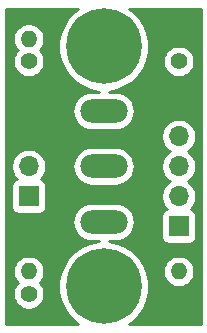
<source format=gbr>
%TF.GenerationSoftware,KiCad,Pcbnew,(5.1.10)-1*%
%TF.CreationDate,2021-09-06T20:37:00+10:00*%
%TF.ProjectId,BasicSwitchBO,42617369-6353-4776-9974-6368424f2e6b,rev?*%
%TF.SameCoordinates,Original*%
%TF.FileFunction,Copper,L1,Top*%
%TF.FilePolarity,Positive*%
%FSLAX46Y46*%
G04 Gerber Fmt 4.6, Leading zero omitted, Abs format (unit mm)*
G04 Created by KiCad (PCBNEW (5.1.10)-1) date 2021-09-06 20:37:00*
%MOMM*%
%LPD*%
G01*
G04 APERTURE LIST*
%TA.AperFunction,ComponentPad*%
%ADD10O,4.000000X2.000000*%
%TD*%
%TA.AperFunction,ComponentPad*%
%ADD11R,1.700000X1.700000*%
%TD*%
%TA.AperFunction,ComponentPad*%
%ADD12O,1.700000X1.700000*%
%TD*%
%TA.AperFunction,ComponentPad*%
%ADD13C,1.400000*%
%TD*%
%TA.AperFunction,ComponentPad*%
%ADD14O,1.400000X1.400000*%
%TD*%
%TA.AperFunction,ComponentPad*%
%ADD15C,6.400000*%
%TD*%
%TA.AperFunction,ComponentPad*%
%ADD16C,0.800000*%
%TD*%
%TA.AperFunction,Conductor*%
%ADD17C,0.254000*%
%TD*%
%TA.AperFunction,Conductor*%
%ADD18C,0.100000*%
%TD*%
G04 APERTURE END LIST*
D10*
%TO.P,SW1,1*%
%TO.N,Net-(J2-Pad2)*%
X166370000Y-110110000D03*
%TO.P,SW1,2*%
%TO.N,Net-(J1-Pad2)*%
X166370000Y-105410000D03*
%TO.P,SW1,3*%
%TO.N,Net-(J2-Pad4)*%
X166370000Y-100710000D03*
%TD*%
D11*
%TO.P,J1,1*%
%TO.N,GND*%
X160020000Y-107950000D03*
D12*
%TO.P,J1,2*%
%TO.N,Net-(J1-Pad2)*%
X160020000Y-105410000D03*
%TO.P,J1,3*%
%TO.N,VCC*%
X160020000Y-102870000D03*
%TD*%
D13*
%TO.P,R4,1*%
%TO.N,Net-(J2-Pad4)*%
X160020000Y-96520000D03*
D14*
%TO.P,R4,2*%
%TO.N,GND*%
X160020000Y-94620000D03*
%TD*%
D13*
%TO.P,R3,1*%
%TO.N,GND*%
X160020000Y-116200000D03*
D14*
%TO.P,R3,2*%
%TO.N,Net-(J2-Pad2)*%
X160020000Y-114300000D03*
%TD*%
D13*
%TO.P,R2,1*%
%TO.N,Net-(J2-Pad4)*%
X172720000Y-96520000D03*
D14*
%TO.P,R2,2*%
%TO.N,VCC*%
X172720000Y-94620000D03*
%TD*%
D13*
%TO.P,R1,1*%
%TO.N,VCC*%
X172720000Y-116200000D03*
D14*
%TO.P,R1,2*%
%TO.N,Net-(J2-Pad2)*%
X172720000Y-114300000D03*
%TD*%
D11*
%TO.P,J2,1*%
%TO.N,GND*%
X172720000Y-110490000D03*
D12*
%TO.P,J2,2*%
%TO.N,Net-(J2-Pad2)*%
X172720000Y-107950000D03*
%TO.P,J2,3*%
%TO.N,Net-(J1-Pad2)*%
X172720000Y-105410000D03*
%TO.P,J2,4*%
%TO.N,Net-(J2-Pad4)*%
X172720000Y-102870000D03*
%TO.P,J2,5*%
%TO.N,VCC*%
X172720000Y-100330000D03*
%TD*%
D15*
%TO.P,H2,1*%
%TO.N,GND*%
X166370000Y-115570000D03*
D16*
X168770000Y-115570000D03*
X168067056Y-117267056D03*
X166370000Y-117970000D03*
X164672944Y-117267056D03*
X163970000Y-115570000D03*
X164672944Y-113872944D03*
X166370000Y-113170000D03*
X168067056Y-113872944D03*
%TD*%
D15*
%TO.P,H1,1*%
%TO.N,GND*%
X166370000Y-95250000D03*
D16*
X168770000Y-95250000D03*
X168067056Y-96947056D03*
X166370000Y-97650000D03*
X164672944Y-96947056D03*
X163970000Y-95250000D03*
X164672944Y-93552944D03*
X166370000Y-92850000D03*
X168067056Y-93552944D03*
%TD*%
D17*
%TO.N,VCC*%
X163925330Y-92271161D02*
X163391161Y-92805330D01*
X162971467Y-93433446D01*
X162682377Y-94131372D01*
X162535000Y-94872285D01*
X162535000Y-95627715D01*
X162682377Y-96368628D01*
X162971467Y-97066554D01*
X163391161Y-97694670D01*
X163925330Y-98228839D01*
X164553446Y-98648533D01*
X165251372Y-98937623D01*
X165942012Y-99075000D01*
X165289678Y-99075000D01*
X165049484Y-99098657D01*
X164741285Y-99192148D01*
X164457248Y-99343969D01*
X164208286Y-99548286D01*
X164003969Y-99797248D01*
X163852148Y-100081285D01*
X163758657Y-100389484D01*
X163727089Y-100710000D01*
X163758657Y-101030516D01*
X163852148Y-101338715D01*
X164003969Y-101622752D01*
X164208286Y-101871714D01*
X164457248Y-102076031D01*
X164741285Y-102227852D01*
X165049484Y-102321343D01*
X165289678Y-102345000D01*
X167450322Y-102345000D01*
X167690516Y-102321343D01*
X167998715Y-102227852D01*
X168282752Y-102076031D01*
X168531714Y-101871714D01*
X168736031Y-101622752D01*
X168887852Y-101338715D01*
X168981343Y-101030516D01*
X169012911Y-100710000D01*
X168981343Y-100389484D01*
X168887852Y-100081285D01*
X168736031Y-99797248D01*
X168531714Y-99548286D01*
X168282752Y-99343969D01*
X167998715Y-99192148D01*
X167690516Y-99098657D01*
X167450322Y-99075000D01*
X166797988Y-99075000D01*
X167488628Y-98937623D01*
X168186554Y-98648533D01*
X168814670Y-98228839D01*
X169348839Y-97694670D01*
X169768533Y-97066554D01*
X170049385Y-96388514D01*
X171385000Y-96388514D01*
X171385000Y-96651486D01*
X171436304Y-96909405D01*
X171536939Y-97152359D01*
X171683038Y-97371013D01*
X171868987Y-97556962D01*
X172087641Y-97703061D01*
X172330595Y-97803696D01*
X172588514Y-97855000D01*
X172851486Y-97855000D01*
X173109405Y-97803696D01*
X173352359Y-97703061D01*
X173571013Y-97556962D01*
X173756962Y-97371013D01*
X173903061Y-97152359D01*
X174003696Y-96909405D01*
X174055000Y-96651486D01*
X174055000Y-96388514D01*
X174003696Y-96130595D01*
X173903061Y-95887641D01*
X173756962Y-95668987D01*
X173571013Y-95483038D01*
X173352359Y-95336939D01*
X173109405Y-95236304D01*
X172851486Y-95185000D01*
X172588514Y-95185000D01*
X172330595Y-95236304D01*
X172087641Y-95336939D01*
X171868987Y-95483038D01*
X171683038Y-95668987D01*
X171536939Y-95887641D01*
X171436304Y-96130595D01*
X171385000Y-96388514D01*
X170049385Y-96388514D01*
X170057623Y-96368628D01*
X170205000Y-95627715D01*
X170205000Y-94872285D01*
X170057623Y-94131372D01*
X169768533Y-93433446D01*
X169348839Y-92805330D01*
X168814670Y-92271161D01*
X168558510Y-92100000D01*
X174600000Y-92100000D01*
X174600001Y-118720000D01*
X168558510Y-118720000D01*
X168814670Y-118548839D01*
X169348839Y-118014670D01*
X169768533Y-117386554D01*
X170057623Y-116688628D01*
X170205000Y-115947715D01*
X170205000Y-115192285D01*
X170057623Y-114451372D01*
X169940460Y-114168514D01*
X171385000Y-114168514D01*
X171385000Y-114431486D01*
X171436304Y-114689405D01*
X171536939Y-114932359D01*
X171683038Y-115151013D01*
X171868987Y-115336962D01*
X172087641Y-115483061D01*
X172330595Y-115583696D01*
X172588514Y-115635000D01*
X172851486Y-115635000D01*
X173109405Y-115583696D01*
X173352359Y-115483061D01*
X173571013Y-115336962D01*
X173756962Y-115151013D01*
X173903061Y-114932359D01*
X174003696Y-114689405D01*
X174055000Y-114431486D01*
X174055000Y-114168514D01*
X174003696Y-113910595D01*
X173903061Y-113667641D01*
X173756962Y-113448987D01*
X173571013Y-113263038D01*
X173352359Y-113116939D01*
X173109405Y-113016304D01*
X172851486Y-112965000D01*
X172588514Y-112965000D01*
X172330595Y-113016304D01*
X172087641Y-113116939D01*
X171868987Y-113263038D01*
X171683038Y-113448987D01*
X171536939Y-113667641D01*
X171436304Y-113910595D01*
X171385000Y-114168514D01*
X169940460Y-114168514D01*
X169768533Y-113753446D01*
X169348839Y-113125330D01*
X168814670Y-112591161D01*
X168186554Y-112171467D01*
X167488628Y-111882377D01*
X166797988Y-111745000D01*
X167450322Y-111745000D01*
X167690516Y-111721343D01*
X167998715Y-111627852D01*
X168282752Y-111476031D01*
X168531714Y-111271714D01*
X168736031Y-111022752D01*
X168887852Y-110738715D01*
X168981343Y-110430516D01*
X169012911Y-110110000D01*
X168981343Y-109789484D01*
X168935998Y-109640000D01*
X171231928Y-109640000D01*
X171231928Y-111340000D01*
X171244188Y-111464482D01*
X171280498Y-111584180D01*
X171339463Y-111694494D01*
X171418815Y-111791185D01*
X171515506Y-111870537D01*
X171625820Y-111929502D01*
X171745518Y-111965812D01*
X171870000Y-111978072D01*
X173570000Y-111978072D01*
X173694482Y-111965812D01*
X173814180Y-111929502D01*
X173924494Y-111870537D01*
X174021185Y-111791185D01*
X174100537Y-111694494D01*
X174159502Y-111584180D01*
X174195812Y-111464482D01*
X174208072Y-111340000D01*
X174208072Y-109640000D01*
X174195812Y-109515518D01*
X174159502Y-109395820D01*
X174100537Y-109285506D01*
X174021185Y-109188815D01*
X173924494Y-109109463D01*
X173814180Y-109050498D01*
X173741620Y-109028487D01*
X173873475Y-108896632D01*
X174035990Y-108653411D01*
X174147932Y-108383158D01*
X174205000Y-108096260D01*
X174205000Y-107803740D01*
X174147932Y-107516842D01*
X174035990Y-107246589D01*
X173873475Y-107003368D01*
X173666632Y-106796525D01*
X173492240Y-106680000D01*
X173666632Y-106563475D01*
X173873475Y-106356632D01*
X174035990Y-106113411D01*
X174147932Y-105843158D01*
X174205000Y-105556260D01*
X174205000Y-105263740D01*
X174147932Y-104976842D01*
X174035990Y-104706589D01*
X173873475Y-104463368D01*
X173666632Y-104256525D01*
X173492240Y-104140000D01*
X173666632Y-104023475D01*
X173873475Y-103816632D01*
X174035990Y-103573411D01*
X174147932Y-103303158D01*
X174205000Y-103016260D01*
X174205000Y-102723740D01*
X174147932Y-102436842D01*
X174035990Y-102166589D01*
X173873475Y-101923368D01*
X173666632Y-101716525D01*
X173423411Y-101554010D01*
X173153158Y-101442068D01*
X172866260Y-101385000D01*
X172573740Y-101385000D01*
X172286842Y-101442068D01*
X172016589Y-101554010D01*
X171773368Y-101716525D01*
X171566525Y-101923368D01*
X171404010Y-102166589D01*
X171292068Y-102436842D01*
X171235000Y-102723740D01*
X171235000Y-103016260D01*
X171292068Y-103303158D01*
X171404010Y-103573411D01*
X171566525Y-103816632D01*
X171773368Y-104023475D01*
X171947760Y-104140000D01*
X171773368Y-104256525D01*
X171566525Y-104463368D01*
X171404010Y-104706589D01*
X171292068Y-104976842D01*
X171235000Y-105263740D01*
X171235000Y-105556260D01*
X171292068Y-105843158D01*
X171404010Y-106113411D01*
X171566525Y-106356632D01*
X171773368Y-106563475D01*
X171947760Y-106680000D01*
X171773368Y-106796525D01*
X171566525Y-107003368D01*
X171404010Y-107246589D01*
X171292068Y-107516842D01*
X171235000Y-107803740D01*
X171235000Y-108096260D01*
X171292068Y-108383158D01*
X171404010Y-108653411D01*
X171566525Y-108896632D01*
X171698380Y-109028487D01*
X171625820Y-109050498D01*
X171515506Y-109109463D01*
X171418815Y-109188815D01*
X171339463Y-109285506D01*
X171280498Y-109395820D01*
X171244188Y-109515518D01*
X171231928Y-109640000D01*
X168935998Y-109640000D01*
X168887852Y-109481285D01*
X168736031Y-109197248D01*
X168531714Y-108948286D01*
X168282752Y-108743969D01*
X167998715Y-108592148D01*
X167690516Y-108498657D01*
X167450322Y-108475000D01*
X165289678Y-108475000D01*
X165049484Y-108498657D01*
X164741285Y-108592148D01*
X164457248Y-108743969D01*
X164208286Y-108948286D01*
X164003969Y-109197248D01*
X163852148Y-109481285D01*
X163758657Y-109789484D01*
X163727089Y-110110000D01*
X163758657Y-110430516D01*
X163852148Y-110738715D01*
X164003969Y-111022752D01*
X164208286Y-111271714D01*
X164457248Y-111476031D01*
X164741285Y-111627852D01*
X165049484Y-111721343D01*
X165289678Y-111745000D01*
X165942012Y-111745000D01*
X165251372Y-111882377D01*
X164553446Y-112171467D01*
X163925330Y-112591161D01*
X163391161Y-113125330D01*
X162971467Y-113753446D01*
X162682377Y-114451372D01*
X162535000Y-115192285D01*
X162535000Y-115947715D01*
X162682377Y-116688628D01*
X162971467Y-117386554D01*
X163391161Y-118014670D01*
X163925330Y-118548839D01*
X164181490Y-118720000D01*
X158140000Y-118720000D01*
X158140000Y-114168514D01*
X158685000Y-114168514D01*
X158685000Y-114431486D01*
X158736304Y-114689405D01*
X158836939Y-114932359D01*
X158983038Y-115151013D01*
X159082025Y-115250000D01*
X158983038Y-115348987D01*
X158836939Y-115567641D01*
X158736304Y-115810595D01*
X158685000Y-116068514D01*
X158685000Y-116331486D01*
X158736304Y-116589405D01*
X158836939Y-116832359D01*
X158983038Y-117051013D01*
X159168987Y-117236962D01*
X159387641Y-117383061D01*
X159630595Y-117483696D01*
X159888514Y-117535000D01*
X160151486Y-117535000D01*
X160409405Y-117483696D01*
X160652359Y-117383061D01*
X160871013Y-117236962D01*
X161056962Y-117051013D01*
X161203061Y-116832359D01*
X161303696Y-116589405D01*
X161355000Y-116331486D01*
X161355000Y-116068514D01*
X161303696Y-115810595D01*
X161203061Y-115567641D01*
X161056962Y-115348987D01*
X160957975Y-115250000D01*
X161056962Y-115151013D01*
X161203061Y-114932359D01*
X161303696Y-114689405D01*
X161355000Y-114431486D01*
X161355000Y-114168514D01*
X161303696Y-113910595D01*
X161203061Y-113667641D01*
X161056962Y-113448987D01*
X160871013Y-113263038D01*
X160652359Y-113116939D01*
X160409405Y-113016304D01*
X160151486Y-112965000D01*
X159888514Y-112965000D01*
X159630595Y-113016304D01*
X159387641Y-113116939D01*
X159168987Y-113263038D01*
X158983038Y-113448987D01*
X158836939Y-113667641D01*
X158736304Y-113910595D01*
X158685000Y-114168514D01*
X158140000Y-114168514D01*
X158140000Y-107100000D01*
X158531928Y-107100000D01*
X158531928Y-108800000D01*
X158544188Y-108924482D01*
X158580498Y-109044180D01*
X158639463Y-109154494D01*
X158718815Y-109251185D01*
X158815506Y-109330537D01*
X158925820Y-109389502D01*
X159045518Y-109425812D01*
X159170000Y-109438072D01*
X160870000Y-109438072D01*
X160994482Y-109425812D01*
X161114180Y-109389502D01*
X161224494Y-109330537D01*
X161321185Y-109251185D01*
X161400537Y-109154494D01*
X161459502Y-109044180D01*
X161495812Y-108924482D01*
X161508072Y-108800000D01*
X161508072Y-107100000D01*
X161495812Y-106975518D01*
X161459502Y-106855820D01*
X161400537Y-106745506D01*
X161321185Y-106648815D01*
X161224494Y-106569463D01*
X161114180Y-106510498D01*
X161041620Y-106488487D01*
X161173475Y-106356632D01*
X161335990Y-106113411D01*
X161447932Y-105843158D01*
X161505000Y-105556260D01*
X161505000Y-105410000D01*
X163727089Y-105410000D01*
X163758657Y-105730516D01*
X163852148Y-106038715D01*
X164003969Y-106322752D01*
X164208286Y-106571714D01*
X164457248Y-106776031D01*
X164741285Y-106927852D01*
X165049484Y-107021343D01*
X165289678Y-107045000D01*
X167450322Y-107045000D01*
X167690516Y-107021343D01*
X167998715Y-106927852D01*
X168282752Y-106776031D01*
X168531714Y-106571714D01*
X168736031Y-106322752D01*
X168887852Y-106038715D01*
X168981343Y-105730516D01*
X169012911Y-105410000D01*
X168981343Y-105089484D01*
X168887852Y-104781285D01*
X168736031Y-104497248D01*
X168531714Y-104248286D01*
X168282752Y-104043969D01*
X167998715Y-103892148D01*
X167690516Y-103798657D01*
X167450322Y-103775000D01*
X165289678Y-103775000D01*
X165049484Y-103798657D01*
X164741285Y-103892148D01*
X164457248Y-104043969D01*
X164208286Y-104248286D01*
X164003969Y-104497248D01*
X163852148Y-104781285D01*
X163758657Y-105089484D01*
X163727089Y-105410000D01*
X161505000Y-105410000D01*
X161505000Y-105263740D01*
X161447932Y-104976842D01*
X161335990Y-104706589D01*
X161173475Y-104463368D01*
X160966632Y-104256525D01*
X160723411Y-104094010D01*
X160453158Y-103982068D01*
X160166260Y-103925000D01*
X159873740Y-103925000D01*
X159586842Y-103982068D01*
X159316589Y-104094010D01*
X159073368Y-104256525D01*
X158866525Y-104463368D01*
X158704010Y-104706589D01*
X158592068Y-104976842D01*
X158535000Y-105263740D01*
X158535000Y-105556260D01*
X158592068Y-105843158D01*
X158704010Y-106113411D01*
X158866525Y-106356632D01*
X158998380Y-106488487D01*
X158925820Y-106510498D01*
X158815506Y-106569463D01*
X158718815Y-106648815D01*
X158639463Y-106745506D01*
X158580498Y-106855820D01*
X158544188Y-106975518D01*
X158531928Y-107100000D01*
X158140000Y-107100000D01*
X158140000Y-94488514D01*
X158685000Y-94488514D01*
X158685000Y-94751486D01*
X158736304Y-95009405D01*
X158836939Y-95252359D01*
X158983038Y-95471013D01*
X159082025Y-95570000D01*
X158983038Y-95668987D01*
X158836939Y-95887641D01*
X158736304Y-96130595D01*
X158685000Y-96388514D01*
X158685000Y-96651486D01*
X158736304Y-96909405D01*
X158836939Y-97152359D01*
X158983038Y-97371013D01*
X159168987Y-97556962D01*
X159387641Y-97703061D01*
X159630595Y-97803696D01*
X159888514Y-97855000D01*
X160151486Y-97855000D01*
X160409405Y-97803696D01*
X160652359Y-97703061D01*
X160871013Y-97556962D01*
X161056962Y-97371013D01*
X161203061Y-97152359D01*
X161303696Y-96909405D01*
X161355000Y-96651486D01*
X161355000Y-96388514D01*
X161303696Y-96130595D01*
X161203061Y-95887641D01*
X161056962Y-95668987D01*
X160957975Y-95570000D01*
X161056962Y-95471013D01*
X161203061Y-95252359D01*
X161303696Y-95009405D01*
X161355000Y-94751486D01*
X161355000Y-94488514D01*
X161303696Y-94230595D01*
X161203061Y-93987641D01*
X161056962Y-93768987D01*
X160871013Y-93583038D01*
X160652359Y-93436939D01*
X160409405Y-93336304D01*
X160151486Y-93285000D01*
X159888514Y-93285000D01*
X159630595Y-93336304D01*
X159387641Y-93436939D01*
X159168987Y-93583038D01*
X158983038Y-93768987D01*
X158836939Y-93987641D01*
X158736304Y-94230595D01*
X158685000Y-94488514D01*
X158140000Y-94488514D01*
X158140000Y-92100000D01*
X164181490Y-92100000D01*
X163925330Y-92271161D01*
%TA.AperFunction,Conductor*%
D18*
G36*
X163925330Y-92271161D02*
G01*
X163391161Y-92805330D01*
X162971467Y-93433446D01*
X162682377Y-94131372D01*
X162535000Y-94872285D01*
X162535000Y-95627715D01*
X162682377Y-96368628D01*
X162971467Y-97066554D01*
X163391161Y-97694670D01*
X163925330Y-98228839D01*
X164553446Y-98648533D01*
X165251372Y-98937623D01*
X165942012Y-99075000D01*
X165289678Y-99075000D01*
X165049484Y-99098657D01*
X164741285Y-99192148D01*
X164457248Y-99343969D01*
X164208286Y-99548286D01*
X164003969Y-99797248D01*
X163852148Y-100081285D01*
X163758657Y-100389484D01*
X163727089Y-100710000D01*
X163758657Y-101030516D01*
X163852148Y-101338715D01*
X164003969Y-101622752D01*
X164208286Y-101871714D01*
X164457248Y-102076031D01*
X164741285Y-102227852D01*
X165049484Y-102321343D01*
X165289678Y-102345000D01*
X167450322Y-102345000D01*
X167690516Y-102321343D01*
X167998715Y-102227852D01*
X168282752Y-102076031D01*
X168531714Y-101871714D01*
X168736031Y-101622752D01*
X168887852Y-101338715D01*
X168981343Y-101030516D01*
X169012911Y-100710000D01*
X168981343Y-100389484D01*
X168887852Y-100081285D01*
X168736031Y-99797248D01*
X168531714Y-99548286D01*
X168282752Y-99343969D01*
X167998715Y-99192148D01*
X167690516Y-99098657D01*
X167450322Y-99075000D01*
X166797988Y-99075000D01*
X167488628Y-98937623D01*
X168186554Y-98648533D01*
X168814670Y-98228839D01*
X169348839Y-97694670D01*
X169768533Y-97066554D01*
X170049385Y-96388514D01*
X171385000Y-96388514D01*
X171385000Y-96651486D01*
X171436304Y-96909405D01*
X171536939Y-97152359D01*
X171683038Y-97371013D01*
X171868987Y-97556962D01*
X172087641Y-97703061D01*
X172330595Y-97803696D01*
X172588514Y-97855000D01*
X172851486Y-97855000D01*
X173109405Y-97803696D01*
X173352359Y-97703061D01*
X173571013Y-97556962D01*
X173756962Y-97371013D01*
X173903061Y-97152359D01*
X174003696Y-96909405D01*
X174055000Y-96651486D01*
X174055000Y-96388514D01*
X174003696Y-96130595D01*
X173903061Y-95887641D01*
X173756962Y-95668987D01*
X173571013Y-95483038D01*
X173352359Y-95336939D01*
X173109405Y-95236304D01*
X172851486Y-95185000D01*
X172588514Y-95185000D01*
X172330595Y-95236304D01*
X172087641Y-95336939D01*
X171868987Y-95483038D01*
X171683038Y-95668987D01*
X171536939Y-95887641D01*
X171436304Y-96130595D01*
X171385000Y-96388514D01*
X170049385Y-96388514D01*
X170057623Y-96368628D01*
X170205000Y-95627715D01*
X170205000Y-94872285D01*
X170057623Y-94131372D01*
X169768533Y-93433446D01*
X169348839Y-92805330D01*
X168814670Y-92271161D01*
X168558510Y-92100000D01*
X174600000Y-92100000D01*
X174600001Y-118720000D01*
X168558510Y-118720000D01*
X168814670Y-118548839D01*
X169348839Y-118014670D01*
X169768533Y-117386554D01*
X170057623Y-116688628D01*
X170205000Y-115947715D01*
X170205000Y-115192285D01*
X170057623Y-114451372D01*
X169940460Y-114168514D01*
X171385000Y-114168514D01*
X171385000Y-114431486D01*
X171436304Y-114689405D01*
X171536939Y-114932359D01*
X171683038Y-115151013D01*
X171868987Y-115336962D01*
X172087641Y-115483061D01*
X172330595Y-115583696D01*
X172588514Y-115635000D01*
X172851486Y-115635000D01*
X173109405Y-115583696D01*
X173352359Y-115483061D01*
X173571013Y-115336962D01*
X173756962Y-115151013D01*
X173903061Y-114932359D01*
X174003696Y-114689405D01*
X174055000Y-114431486D01*
X174055000Y-114168514D01*
X174003696Y-113910595D01*
X173903061Y-113667641D01*
X173756962Y-113448987D01*
X173571013Y-113263038D01*
X173352359Y-113116939D01*
X173109405Y-113016304D01*
X172851486Y-112965000D01*
X172588514Y-112965000D01*
X172330595Y-113016304D01*
X172087641Y-113116939D01*
X171868987Y-113263038D01*
X171683038Y-113448987D01*
X171536939Y-113667641D01*
X171436304Y-113910595D01*
X171385000Y-114168514D01*
X169940460Y-114168514D01*
X169768533Y-113753446D01*
X169348839Y-113125330D01*
X168814670Y-112591161D01*
X168186554Y-112171467D01*
X167488628Y-111882377D01*
X166797988Y-111745000D01*
X167450322Y-111745000D01*
X167690516Y-111721343D01*
X167998715Y-111627852D01*
X168282752Y-111476031D01*
X168531714Y-111271714D01*
X168736031Y-111022752D01*
X168887852Y-110738715D01*
X168981343Y-110430516D01*
X169012911Y-110110000D01*
X168981343Y-109789484D01*
X168935998Y-109640000D01*
X171231928Y-109640000D01*
X171231928Y-111340000D01*
X171244188Y-111464482D01*
X171280498Y-111584180D01*
X171339463Y-111694494D01*
X171418815Y-111791185D01*
X171515506Y-111870537D01*
X171625820Y-111929502D01*
X171745518Y-111965812D01*
X171870000Y-111978072D01*
X173570000Y-111978072D01*
X173694482Y-111965812D01*
X173814180Y-111929502D01*
X173924494Y-111870537D01*
X174021185Y-111791185D01*
X174100537Y-111694494D01*
X174159502Y-111584180D01*
X174195812Y-111464482D01*
X174208072Y-111340000D01*
X174208072Y-109640000D01*
X174195812Y-109515518D01*
X174159502Y-109395820D01*
X174100537Y-109285506D01*
X174021185Y-109188815D01*
X173924494Y-109109463D01*
X173814180Y-109050498D01*
X173741620Y-109028487D01*
X173873475Y-108896632D01*
X174035990Y-108653411D01*
X174147932Y-108383158D01*
X174205000Y-108096260D01*
X174205000Y-107803740D01*
X174147932Y-107516842D01*
X174035990Y-107246589D01*
X173873475Y-107003368D01*
X173666632Y-106796525D01*
X173492240Y-106680000D01*
X173666632Y-106563475D01*
X173873475Y-106356632D01*
X174035990Y-106113411D01*
X174147932Y-105843158D01*
X174205000Y-105556260D01*
X174205000Y-105263740D01*
X174147932Y-104976842D01*
X174035990Y-104706589D01*
X173873475Y-104463368D01*
X173666632Y-104256525D01*
X173492240Y-104140000D01*
X173666632Y-104023475D01*
X173873475Y-103816632D01*
X174035990Y-103573411D01*
X174147932Y-103303158D01*
X174205000Y-103016260D01*
X174205000Y-102723740D01*
X174147932Y-102436842D01*
X174035990Y-102166589D01*
X173873475Y-101923368D01*
X173666632Y-101716525D01*
X173423411Y-101554010D01*
X173153158Y-101442068D01*
X172866260Y-101385000D01*
X172573740Y-101385000D01*
X172286842Y-101442068D01*
X172016589Y-101554010D01*
X171773368Y-101716525D01*
X171566525Y-101923368D01*
X171404010Y-102166589D01*
X171292068Y-102436842D01*
X171235000Y-102723740D01*
X171235000Y-103016260D01*
X171292068Y-103303158D01*
X171404010Y-103573411D01*
X171566525Y-103816632D01*
X171773368Y-104023475D01*
X171947760Y-104140000D01*
X171773368Y-104256525D01*
X171566525Y-104463368D01*
X171404010Y-104706589D01*
X171292068Y-104976842D01*
X171235000Y-105263740D01*
X171235000Y-105556260D01*
X171292068Y-105843158D01*
X171404010Y-106113411D01*
X171566525Y-106356632D01*
X171773368Y-106563475D01*
X171947760Y-106680000D01*
X171773368Y-106796525D01*
X171566525Y-107003368D01*
X171404010Y-107246589D01*
X171292068Y-107516842D01*
X171235000Y-107803740D01*
X171235000Y-108096260D01*
X171292068Y-108383158D01*
X171404010Y-108653411D01*
X171566525Y-108896632D01*
X171698380Y-109028487D01*
X171625820Y-109050498D01*
X171515506Y-109109463D01*
X171418815Y-109188815D01*
X171339463Y-109285506D01*
X171280498Y-109395820D01*
X171244188Y-109515518D01*
X171231928Y-109640000D01*
X168935998Y-109640000D01*
X168887852Y-109481285D01*
X168736031Y-109197248D01*
X168531714Y-108948286D01*
X168282752Y-108743969D01*
X167998715Y-108592148D01*
X167690516Y-108498657D01*
X167450322Y-108475000D01*
X165289678Y-108475000D01*
X165049484Y-108498657D01*
X164741285Y-108592148D01*
X164457248Y-108743969D01*
X164208286Y-108948286D01*
X164003969Y-109197248D01*
X163852148Y-109481285D01*
X163758657Y-109789484D01*
X163727089Y-110110000D01*
X163758657Y-110430516D01*
X163852148Y-110738715D01*
X164003969Y-111022752D01*
X164208286Y-111271714D01*
X164457248Y-111476031D01*
X164741285Y-111627852D01*
X165049484Y-111721343D01*
X165289678Y-111745000D01*
X165942012Y-111745000D01*
X165251372Y-111882377D01*
X164553446Y-112171467D01*
X163925330Y-112591161D01*
X163391161Y-113125330D01*
X162971467Y-113753446D01*
X162682377Y-114451372D01*
X162535000Y-115192285D01*
X162535000Y-115947715D01*
X162682377Y-116688628D01*
X162971467Y-117386554D01*
X163391161Y-118014670D01*
X163925330Y-118548839D01*
X164181490Y-118720000D01*
X158140000Y-118720000D01*
X158140000Y-114168514D01*
X158685000Y-114168514D01*
X158685000Y-114431486D01*
X158736304Y-114689405D01*
X158836939Y-114932359D01*
X158983038Y-115151013D01*
X159082025Y-115250000D01*
X158983038Y-115348987D01*
X158836939Y-115567641D01*
X158736304Y-115810595D01*
X158685000Y-116068514D01*
X158685000Y-116331486D01*
X158736304Y-116589405D01*
X158836939Y-116832359D01*
X158983038Y-117051013D01*
X159168987Y-117236962D01*
X159387641Y-117383061D01*
X159630595Y-117483696D01*
X159888514Y-117535000D01*
X160151486Y-117535000D01*
X160409405Y-117483696D01*
X160652359Y-117383061D01*
X160871013Y-117236962D01*
X161056962Y-117051013D01*
X161203061Y-116832359D01*
X161303696Y-116589405D01*
X161355000Y-116331486D01*
X161355000Y-116068514D01*
X161303696Y-115810595D01*
X161203061Y-115567641D01*
X161056962Y-115348987D01*
X160957975Y-115250000D01*
X161056962Y-115151013D01*
X161203061Y-114932359D01*
X161303696Y-114689405D01*
X161355000Y-114431486D01*
X161355000Y-114168514D01*
X161303696Y-113910595D01*
X161203061Y-113667641D01*
X161056962Y-113448987D01*
X160871013Y-113263038D01*
X160652359Y-113116939D01*
X160409405Y-113016304D01*
X160151486Y-112965000D01*
X159888514Y-112965000D01*
X159630595Y-113016304D01*
X159387641Y-113116939D01*
X159168987Y-113263038D01*
X158983038Y-113448987D01*
X158836939Y-113667641D01*
X158736304Y-113910595D01*
X158685000Y-114168514D01*
X158140000Y-114168514D01*
X158140000Y-107100000D01*
X158531928Y-107100000D01*
X158531928Y-108800000D01*
X158544188Y-108924482D01*
X158580498Y-109044180D01*
X158639463Y-109154494D01*
X158718815Y-109251185D01*
X158815506Y-109330537D01*
X158925820Y-109389502D01*
X159045518Y-109425812D01*
X159170000Y-109438072D01*
X160870000Y-109438072D01*
X160994482Y-109425812D01*
X161114180Y-109389502D01*
X161224494Y-109330537D01*
X161321185Y-109251185D01*
X161400537Y-109154494D01*
X161459502Y-109044180D01*
X161495812Y-108924482D01*
X161508072Y-108800000D01*
X161508072Y-107100000D01*
X161495812Y-106975518D01*
X161459502Y-106855820D01*
X161400537Y-106745506D01*
X161321185Y-106648815D01*
X161224494Y-106569463D01*
X161114180Y-106510498D01*
X161041620Y-106488487D01*
X161173475Y-106356632D01*
X161335990Y-106113411D01*
X161447932Y-105843158D01*
X161505000Y-105556260D01*
X161505000Y-105410000D01*
X163727089Y-105410000D01*
X163758657Y-105730516D01*
X163852148Y-106038715D01*
X164003969Y-106322752D01*
X164208286Y-106571714D01*
X164457248Y-106776031D01*
X164741285Y-106927852D01*
X165049484Y-107021343D01*
X165289678Y-107045000D01*
X167450322Y-107045000D01*
X167690516Y-107021343D01*
X167998715Y-106927852D01*
X168282752Y-106776031D01*
X168531714Y-106571714D01*
X168736031Y-106322752D01*
X168887852Y-106038715D01*
X168981343Y-105730516D01*
X169012911Y-105410000D01*
X168981343Y-105089484D01*
X168887852Y-104781285D01*
X168736031Y-104497248D01*
X168531714Y-104248286D01*
X168282752Y-104043969D01*
X167998715Y-103892148D01*
X167690516Y-103798657D01*
X167450322Y-103775000D01*
X165289678Y-103775000D01*
X165049484Y-103798657D01*
X164741285Y-103892148D01*
X164457248Y-104043969D01*
X164208286Y-104248286D01*
X164003969Y-104497248D01*
X163852148Y-104781285D01*
X163758657Y-105089484D01*
X163727089Y-105410000D01*
X161505000Y-105410000D01*
X161505000Y-105263740D01*
X161447932Y-104976842D01*
X161335990Y-104706589D01*
X161173475Y-104463368D01*
X160966632Y-104256525D01*
X160723411Y-104094010D01*
X160453158Y-103982068D01*
X160166260Y-103925000D01*
X159873740Y-103925000D01*
X159586842Y-103982068D01*
X159316589Y-104094010D01*
X159073368Y-104256525D01*
X158866525Y-104463368D01*
X158704010Y-104706589D01*
X158592068Y-104976842D01*
X158535000Y-105263740D01*
X158535000Y-105556260D01*
X158592068Y-105843158D01*
X158704010Y-106113411D01*
X158866525Y-106356632D01*
X158998380Y-106488487D01*
X158925820Y-106510498D01*
X158815506Y-106569463D01*
X158718815Y-106648815D01*
X158639463Y-106745506D01*
X158580498Y-106855820D01*
X158544188Y-106975518D01*
X158531928Y-107100000D01*
X158140000Y-107100000D01*
X158140000Y-94488514D01*
X158685000Y-94488514D01*
X158685000Y-94751486D01*
X158736304Y-95009405D01*
X158836939Y-95252359D01*
X158983038Y-95471013D01*
X159082025Y-95570000D01*
X158983038Y-95668987D01*
X158836939Y-95887641D01*
X158736304Y-96130595D01*
X158685000Y-96388514D01*
X158685000Y-96651486D01*
X158736304Y-96909405D01*
X158836939Y-97152359D01*
X158983038Y-97371013D01*
X159168987Y-97556962D01*
X159387641Y-97703061D01*
X159630595Y-97803696D01*
X159888514Y-97855000D01*
X160151486Y-97855000D01*
X160409405Y-97803696D01*
X160652359Y-97703061D01*
X160871013Y-97556962D01*
X161056962Y-97371013D01*
X161203061Y-97152359D01*
X161303696Y-96909405D01*
X161355000Y-96651486D01*
X161355000Y-96388514D01*
X161303696Y-96130595D01*
X161203061Y-95887641D01*
X161056962Y-95668987D01*
X160957975Y-95570000D01*
X161056962Y-95471013D01*
X161203061Y-95252359D01*
X161303696Y-95009405D01*
X161355000Y-94751486D01*
X161355000Y-94488514D01*
X161303696Y-94230595D01*
X161203061Y-93987641D01*
X161056962Y-93768987D01*
X160871013Y-93583038D01*
X160652359Y-93436939D01*
X160409405Y-93336304D01*
X160151486Y-93285000D01*
X159888514Y-93285000D01*
X159630595Y-93336304D01*
X159387641Y-93436939D01*
X159168987Y-93583038D01*
X158983038Y-93768987D01*
X158836939Y-93987641D01*
X158736304Y-94230595D01*
X158685000Y-94488514D01*
X158140000Y-94488514D01*
X158140000Y-92100000D01*
X164181490Y-92100000D01*
X163925330Y-92271161D01*
G37*
%TD.AperFunction*%
%TD*%
M02*

</source>
